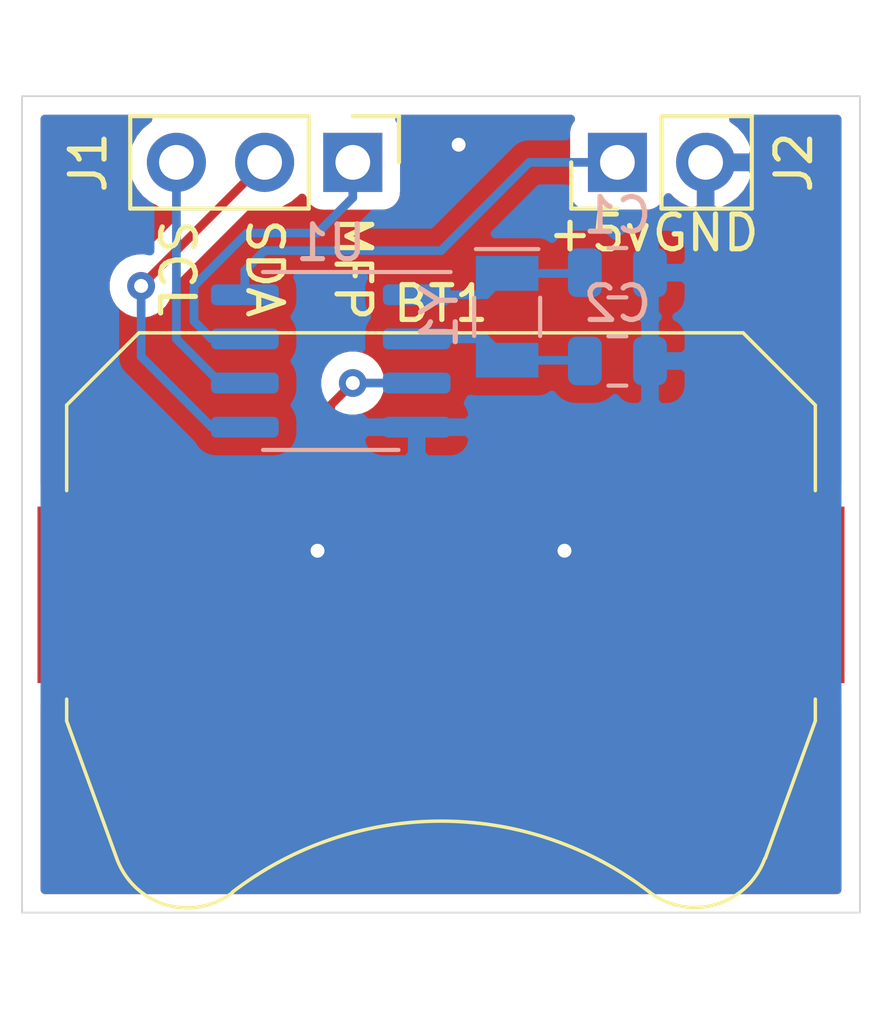
<source format=kicad_pcb>
(kicad_pcb (version 20171130) (host pcbnew "(5.1.2)-1")

  (general
    (thickness 1.6)
    (drawings 9)
    (tracks 41)
    (zones 0)
    (modules 7)
    (nets 9)
  )

  (page A4)
  (layers
    (0 F.Cu signal)
    (31 B.Cu signal)
    (32 B.Adhes user)
    (33 F.Adhes user)
    (34 B.Paste user)
    (35 F.Paste user)
    (36 B.SilkS user)
    (37 F.SilkS user)
    (38 B.Mask user)
    (39 F.Mask user)
    (40 Dwgs.User user)
    (41 Cmts.User user)
    (42 Eco1.User user)
    (43 Eco2.User user)
    (44 Edge.Cuts user)
    (45 Margin user)
    (46 B.CrtYd user)
    (47 F.CrtYd user)
    (48 B.Fab user)
    (49 F.Fab user)
  )

  (setup
    (last_trace_width 0.25)
    (user_trace_width 0.2)
    (trace_clearance 0.2)
    (zone_clearance 0.508)
    (zone_45_only no)
    (trace_min 0.2)
    (via_size 0.8)
    (via_drill 0.4)
    (via_min_size 0.4)
    (via_min_drill 0.3)
    (user_via 0.51 0.3)
    (uvia_size 0.3)
    (uvia_drill 0.1)
    (uvias_allowed no)
    (uvia_min_size 0.2)
    (uvia_min_drill 0.1)
    (edge_width 0.05)
    (segment_width 0.2)
    (pcb_text_width 0.3)
    (pcb_text_size 1.5 1.5)
    (mod_edge_width 0.12)
    (mod_text_size 1 1)
    (mod_text_width 0.15)
    (pad_size 1.524 1.524)
    (pad_drill 0.762)
    (pad_to_mask_clearance 0.051)
    (solder_mask_min_width 0.25)
    (aux_axis_origin 0 0)
    (visible_elements FFFFFF7F)
    (pcbplotparams
      (layerselection 0x010fc_ffffffff)
      (usegerberextensions false)
      (usegerberattributes false)
      (usegerberadvancedattributes false)
      (creategerberjobfile false)
      (excludeedgelayer true)
      (linewidth 0.100000)
      (plotframeref false)
      (viasonmask false)
      (mode 1)
      (useauxorigin false)
      (hpglpennumber 1)
      (hpglpenspeed 20)
      (hpglpendiameter 15.000000)
      (psnegative false)
      (psa4output false)
      (plotreference true)
      (plotvalue true)
      (plotinvisibletext false)
      (padsonsilk false)
      (subtractmaskfromsilk false)
      (outputformat 1)
      (mirror false)
      (drillshape 1)
      (scaleselection 1)
      (outputdirectory ""))
  )

  (net 0 "")
  (net 1 "Net-(BT1-Pad1)")
  (net 2 GND)
  (net 3 "Net-(C1-Pad2)")
  (net 4 "Net-(C2-Pad2)")
  (net 5 SCL)
  (net 6 SDA)
  (net 7 MFP)
  (net 8 +5V)

  (net_class Default "This is the default net class."
    (clearance 0.2)
    (trace_width 0.25)
    (via_dia 0.8)
    (via_drill 0.4)
    (uvia_dia 0.3)
    (uvia_drill 0.1)
    (add_net +5V)
    (add_net GND)
    (add_net MFP)
    (add_net "Net-(BT1-Pad1)")
    (add_net "Net-(C1-Pad2)")
    (add_net "Net-(C2-Pad2)")
    (add_net SCL)
    (add_net SDA)
  )

  (module Crystal:Crystal_SMD_MicroCrystal_CC7V-T1A-2Pin_3.2x1.5mm (layer B.Cu) (tedit 5A0FD1B2) (tstamp 5E8CF348)
    (at 146.685 88.265 270)
    (descr "SMD Crystal MicroCrystal CC7V-T1A/CM7V-T1A series http://www.microcrystal.com/images/_Product-Documentation/01_TF_ceramic_Packages/01_Datasheet/CC1V-T1A.pdf, 3.2x1.5mm^2 package")
    (tags "SMD SMT crystal")
    (path /5E8CF7C2)
    (attr smd)
    (fp_text reference Y1 (at 0 1.95 90) (layer B.SilkS)
      (effects (font (size 1 1) (thickness 0.15)) (justify mirror))
    )
    (fp_text value "7pF CL" (at 0 -1.95 90) (layer B.Fab)
      (effects (font (size 1 1) (thickness 0.15)) (justify mirror))
    )
    (fp_text user %R (at 0 0 90) (layer B.Fab)
      (effects (font (size 0.7 0.7) (thickness 0.105)) (justify mirror))
    )
    (fp_line (start -1.6 0.75) (end -1.6 -0.75) (layer B.Fab) (width 0.1))
    (fp_line (start -1.6 -0.75) (end 1.6 -0.75) (layer B.Fab) (width 0.1))
    (fp_line (start 1.6 -0.75) (end 1.6 0.75) (layer B.Fab) (width 0.1))
    (fp_line (start 1.6 0.75) (end -1.6 0.75) (layer B.Fab) (width 0.1))
    (fp_line (start -1.6 -0.25) (end -1.1 -0.75) (layer B.Fab) (width 0.1))
    (fp_line (start -0.55 0.95) (end 0.55 0.95) (layer B.SilkS) (width 0.12))
    (fp_line (start -0.55 -0.95) (end 0.55 -0.95) (layer B.SilkS) (width 0.12))
    (fp_line (start -1.95 0.9) (end -1.95 -0.9) (layer B.SilkS) (width 0.12))
    (fp_line (start -2 1.2) (end -2 -1.2) (layer B.CrtYd) (width 0.05))
    (fp_line (start -2 -1.2) (end 2 -1.2) (layer B.CrtYd) (width 0.05))
    (fp_line (start 2 -1.2) (end 2 1.2) (layer B.CrtYd) (width 0.05))
    (fp_line (start 2 1.2) (end -2 1.2) (layer B.CrtYd) (width 0.05))
    (pad 1 smd rect (at -1.25 0 270) (size 1 1.8) (layers B.Cu B.Paste B.Mask)
      (net 3 "Net-(C1-Pad2)"))
    (pad 2 smd rect (at 1.25 0 270) (size 1 1.8) (layers B.Cu B.Paste B.Mask)
      (net 4 "Net-(C2-Pad2)"))
    (model ${KISYS3DMOD}/Crystal.3dshapes/Crystal_SMD_MicroCrystal_CC7V-T1A-2Pin_3.2x1.5mm.wrl
      (at (xyz 0 0 0))
      (scale (xyz 1 1 1))
      (rotate (xyz 0 0 0))
    )
  )

  (module Package_SO:SOIC-8_3.9x4.9mm_P1.27mm (layer B.Cu) (tedit 5C97300E) (tstamp 5E8CF335)
    (at 141.605 89.535 180)
    (descr "SOIC, 8 Pin (JEDEC MS-012AA, https://www.analog.com/media/en/package-pcb-resources/package/pkg_pdf/soic_narrow-r/r_8.pdf), generated with kicad-footprint-generator ipc_gullwing_generator.py")
    (tags "SOIC SO")
    (path /5E8CEDF0)
    (attr smd)
    (fp_text reference U1 (at 0 3.4) (layer B.SilkS)
      (effects (font (size 1 1) (thickness 0.15)) (justify mirror))
    )
    (fp_text value MCP7940N-xSN (at 0 -3.4) (layer B.Fab)
      (effects (font (size 1 1) (thickness 0.15)) (justify mirror))
    )
    (fp_line (start 0 -2.56) (end 1.95 -2.56) (layer B.SilkS) (width 0.12))
    (fp_line (start 0 -2.56) (end -1.95 -2.56) (layer B.SilkS) (width 0.12))
    (fp_line (start 0 2.56) (end 1.95 2.56) (layer B.SilkS) (width 0.12))
    (fp_line (start 0 2.56) (end -3.45 2.56) (layer B.SilkS) (width 0.12))
    (fp_line (start -0.975 2.45) (end 1.95 2.45) (layer B.Fab) (width 0.1))
    (fp_line (start 1.95 2.45) (end 1.95 -2.45) (layer B.Fab) (width 0.1))
    (fp_line (start 1.95 -2.45) (end -1.95 -2.45) (layer B.Fab) (width 0.1))
    (fp_line (start -1.95 -2.45) (end -1.95 1.475) (layer B.Fab) (width 0.1))
    (fp_line (start -1.95 1.475) (end -0.975 2.45) (layer B.Fab) (width 0.1))
    (fp_line (start -3.7 2.7) (end -3.7 -2.7) (layer B.CrtYd) (width 0.05))
    (fp_line (start -3.7 -2.7) (end 3.7 -2.7) (layer B.CrtYd) (width 0.05))
    (fp_line (start 3.7 -2.7) (end 3.7 2.7) (layer B.CrtYd) (width 0.05))
    (fp_line (start 3.7 2.7) (end -3.7 2.7) (layer B.CrtYd) (width 0.05))
    (fp_text user %R (at 0 0) (layer B.Fab)
      (effects (font (size 0.98 0.98) (thickness 0.15)) (justify mirror))
    )
    (pad 1 smd roundrect (at -2.475 1.905 180) (size 1.95 0.6) (layers B.Cu B.Paste B.Mask) (roundrect_rratio 0.25)
      (net 3 "Net-(C1-Pad2)"))
    (pad 2 smd roundrect (at -2.475 0.635 180) (size 1.95 0.6) (layers B.Cu B.Paste B.Mask) (roundrect_rratio 0.25)
      (net 4 "Net-(C2-Pad2)"))
    (pad 3 smd roundrect (at -2.475 -0.635 180) (size 1.95 0.6) (layers B.Cu B.Paste B.Mask) (roundrect_rratio 0.25)
      (net 1 "Net-(BT1-Pad1)"))
    (pad 4 smd roundrect (at -2.475 -1.905 180) (size 1.95 0.6) (layers B.Cu B.Paste B.Mask) (roundrect_rratio 0.25)
      (net 2 GND))
    (pad 5 smd roundrect (at 2.475 -1.905 180) (size 1.95 0.6) (layers B.Cu B.Paste B.Mask) (roundrect_rratio 0.25)
      (net 6 SDA))
    (pad 6 smd roundrect (at 2.475 -0.635 180) (size 1.95 0.6) (layers B.Cu B.Paste B.Mask) (roundrect_rratio 0.25)
      (net 5 SCL))
    (pad 7 smd roundrect (at 2.475 0.635 180) (size 1.95 0.6) (layers B.Cu B.Paste B.Mask) (roundrect_rratio 0.25)
      (net 7 MFP))
    (pad 8 smd roundrect (at 2.475 1.905 180) (size 1.95 0.6) (layers B.Cu B.Paste B.Mask) (roundrect_rratio 0.25)
      (net 8 +5V))
    (model ${KISYS3DMOD}/Package_SO.3dshapes/SOIC-8_3.9x4.9mm_P1.27mm.wrl
      (at (xyz 0 0 0))
      (scale (xyz 1 1 1))
      (rotate (xyz 0 0 0))
    )
  )

  (module Connector_PinHeader_2.54mm:PinHeader_1x02_P2.54mm_Vertical (layer F.Cu) (tedit 59FED5CC) (tstamp 5E8CF31B)
    (at 149.86 83.82 90)
    (descr "Through hole straight pin header, 1x02, 2.54mm pitch, single row")
    (tags "Through hole pin header THT 1x02 2.54mm single row")
    (path /5E8D3C4F)
    (fp_text reference J2 (at 0 5.08 90) (layer F.SilkS)
      (effects (font (size 1 1) (thickness 0.15)))
    )
    (fp_text value Conn_01x02 (at 0 4.87 90) (layer F.Fab)
      (effects (font (size 1 1) (thickness 0.15)))
    )
    (fp_text user %R (at 0 1.27) (layer F.Fab)
      (effects (font (size 1 1) (thickness 0.15)))
    )
    (fp_line (start 1.8 -1.8) (end -1.8 -1.8) (layer F.CrtYd) (width 0.05))
    (fp_line (start 1.8 4.35) (end 1.8 -1.8) (layer F.CrtYd) (width 0.05))
    (fp_line (start -1.8 4.35) (end 1.8 4.35) (layer F.CrtYd) (width 0.05))
    (fp_line (start -1.8 -1.8) (end -1.8 4.35) (layer F.CrtYd) (width 0.05))
    (fp_line (start -1.33 -1.33) (end 0 -1.33) (layer F.SilkS) (width 0.12))
    (fp_line (start -1.33 0) (end -1.33 -1.33) (layer F.SilkS) (width 0.12))
    (fp_line (start -1.33 1.27) (end 1.33 1.27) (layer F.SilkS) (width 0.12))
    (fp_line (start 1.33 1.27) (end 1.33 3.87) (layer F.SilkS) (width 0.12))
    (fp_line (start -1.33 1.27) (end -1.33 3.87) (layer F.SilkS) (width 0.12))
    (fp_line (start -1.33 3.87) (end 1.33 3.87) (layer F.SilkS) (width 0.12))
    (fp_line (start -1.27 -0.635) (end -0.635 -1.27) (layer F.Fab) (width 0.1))
    (fp_line (start -1.27 3.81) (end -1.27 -0.635) (layer F.Fab) (width 0.1))
    (fp_line (start 1.27 3.81) (end -1.27 3.81) (layer F.Fab) (width 0.1))
    (fp_line (start 1.27 -1.27) (end 1.27 3.81) (layer F.Fab) (width 0.1))
    (fp_line (start -0.635 -1.27) (end 1.27 -1.27) (layer F.Fab) (width 0.1))
    (pad 2 thru_hole oval (at 0 2.54 90) (size 1.7 1.7) (drill 1) (layers *.Cu *.Mask)
      (net 2 GND))
    (pad 1 thru_hole rect (at 0 0 90) (size 1.7 1.7) (drill 1) (layers *.Cu *.Mask)
      (net 8 +5V))
    (model ${KISYS3DMOD}/Connector_PinHeader_2.54mm.3dshapes/PinHeader_1x02_P2.54mm_Vertical.wrl
      (at (xyz 0 0 0))
      (scale (xyz 1 1 1))
      (rotate (xyz 0 0 0))
    )
  )

  (module Connector_PinHeader_2.54mm:PinHeader_1x03_P2.54mm_Vertical (layer F.Cu) (tedit 59FED5CC) (tstamp 5E8CF305)
    (at 142.24 83.82 270)
    (descr "Through hole straight pin header, 1x03, 2.54mm pitch, single row")
    (tags "Through hole pin header THT 1x03 2.54mm single row")
    (path /5E8D4EA4)
    (fp_text reference J1 (at 0 7.62 90) (layer F.SilkS)
      (effects (font (size 1 1) (thickness 0.15)))
    )
    (fp_text value Conn_01x03 (at 0 7.41 90) (layer F.Fab)
      (effects (font (size 1 1) (thickness 0.15)))
    )
    (fp_text user %R (at 0 2.54) (layer F.Fab)
      (effects (font (size 1 1) (thickness 0.15)))
    )
    (fp_line (start 1.8 -1.8) (end -1.8 -1.8) (layer F.CrtYd) (width 0.05))
    (fp_line (start 1.8 6.85) (end 1.8 -1.8) (layer F.CrtYd) (width 0.05))
    (fp_line (start -1.8 6.85) (end 1.8 6.85) (layer F.CrtYd) (width 0.05))
    (fp_line (start -1.8 -1.8) (end -1.8 6.85) (layer F.CrtYd) (width 0.05))
    (fp_line (start -1.33 -1.33) (end 0 -1.33) (layer F.SilkS) (width 0.12))
    (fp_line (start -1.33 0) (end -1.33 -1.33) (layer F.SilkS) (width 0.12))
    (fp_line (start -1.33 1.27) (end 1.33 1.27) (layer F.SilkS) (width 0.12))
    (fp_line (start 1.33 1.27) (end 1.33 6.41) (layer F.SilkS) (width 0.12))
    (fp_line (start -1.33 1.27) (end -1.33 6.41) (layer F.SilkS) (width 0.12))
    (fp_line (start -1.33 6.41) (end 1.33 6.41) (layer F.SilkS) (width 0.12))
    (fp_line (start -1.27 -0.635) (end -0.635 -1.27) (layer F.Fab) (width 0.1))
    (fp_line (start -1.27 6.35) (end -1.27 -0.635) (layer F.Fab) (width 0.1))
    (fp_line (start 1.27 6.35) (end -1.27 6.35) (layer F.Fab) (width 0.1))
    (fp_line (start 1.27 -1.27) (end 1.27 6.35) (layer F.Fab) (width 0.1))
    (fp_line (start -0.635 -1.27) (end 1.27 -1.27) (layer F.Fab) (width 0.1))
    (pad 3 thru_hole oval (at 0 5.08 270) (size 1.7 1.7) (drill 1) (layers *.Cu *.Mask)
      (net 5 SCL))
    (pad 2 thru_hole oval (at 0 2.54 270) (size 1.7 1.7) (drill 1) (layers *.Cu *.Mask)
      (net 6 SDA))
    (pad 1 thru_hole rect (at 0 0 270) (size 1.7 1.7) (drill 1) (layers *.Cu *.Mask)
      (net 7 MFP))
    (model ${KISYS3DMOD}/Connector_PinHeader_2.54mm.3dshapes/PinHeader_1x03_P2.54mm_Vertical.wrl
      (at (xyz 0 0 0))
      (scale (xyz 1 1 1))
      (rotate (xyz 0 0 0))
    )
  )

  (module Capacitor_SMD:C_0805_2012Metric (layer B.Cu) (tedit 5B36C52B) (tstamp 5E8CF2EE)
    (at 149.86 89.535 180)
    (descr "Capacitor SMD 0805 (2012 Metric), square (rectangular) end terminal, IPC_7351 nominal, (Body size source: https://docs.google.com/spreadsheets/d/1BsfQQcO9C6DZCsRaXUlFlo91Tg2WpOkGARC1WS5S8t0/edit?usp=sharing), generated with kicad-footprint-generator")
    (tags capacitor)
    (path /5E8D0F3D)
    (attr smd)
    (fp_text reference C2 (at 0 1.65 180) (layer B.SilkS)
      (effects (font (size 1 1) (thickness 0.15)) (justify mirror))
    )
    (fp_text value 8pF (at 0 -1.65 180) (layer B.Fab)
      (effects (font (size 1 1) (thickness 0.15)) (justify mirror))
    )
    (fp_line (start -1 -0.6) (end -1 0.6) (layer B.Fab) (width 0.1))
    (fp_line (start -1 0.6) (end 1 0.6) (layer B.Fab) (width 0.1))
    (fp_line (start 1 0.6) (end 1 -0.6) (layer B.Fab) (width 0.1))
    (fp_line (start 1 -0.6) (end -1 -0.6) (layer B.Fab) (width 0.1))
    (fp_line (start -0.258578 0.71) (end 0.258578 0.71) (layer B.SilkS) (width 0.12))
    (fp_line (start -0.258578 -0.71) (end 0.258578 -0.71) (layer B.SilkS) (width 0.12))
    (fp_line (start -1.68 -0.95) (end -1.68 0.95) (layer B.CrtYd) (width 0.05))
    (fp_line (start -1.68 0.95) (end 1.68 0.95) (layer B.CrtYd) (width 0.05))
    (fp_line (start 1.68 0.95) (end 1.68 -0.95) (layer B.CrtYd) (width 0.05))
    (fp_line (start 1.68 -0.95) (end -1.68 -0.95) (layer B.CrtYd) (width 0.05))
    (fp_text user %R (at 0 0 180) (layer B.Fab)
      (effects (font (size 0.5 0.5) (thickness 0.08)) (justify mirror))
    )
    (pad 1 smd roundrect (at -0.9375 0 180) (size 0.975 1.4) (layers B.Cu B.Paste B.Mask) (roundrect_rratio 0.25)
      (net 2 GND))
    (pad 2 smd roundrect (at 0.9375 0 180) (size 0.975 1.4) (layers B.Cu B.Paste B.Mask) (roundrect_rratio 0.25)
      (net 4 "Net-(C2-Pad2)"))
    (model ${KISYS3DMOD}/Capacitor_SMD.3dshapes/C_0805_2012Metric.wrl
      (at (xyz 0 0 0))
      (scale (xyz 1 1 1))
      (rotate (xyz 0 0 0))
    )
  )

  (module Capacitor_SMD:C_0805_2012Metric (layer B.Cu) (tedit 5B36C52B) (tstamp 5E8CF2DD)
    (at 149.86 86.995 180)
    (descr "Capacitor SMD 0805 (2012 Metric), square (rectangular) end terminal, IPC_7351 nominal, (Body size source: https://docs.google.com/spreadsheets/d/1BsfQQcO9C6DZCsRaXUlFlo91Tg2WpOkGARC1WS5S8t0/edit?usp=sharing), generated with kicad-footprint-generator")
    (tags capacitor)
    (path /5E8D04BC)
    (attr smd)
    (fp_text reference C1 (at 0 1.65 180) (layer B.SilkS)
      (effects (font (size 1 1) (thickness 0.15)) (justify mirror))
    )
    (fp_text value 8pF (at 0 -1.65 180) (layer B.Fab)
      (effects (font (size 1 1) (thickness 0.15)) (justify mirror))
    )
    (fp_line (start -1 -0.6) (end -1 0.6) (layer B.Fab) (width 0.1))
    (fp_line (start -1 0.6) (end 1 0.6) (layer B.Fab) (width 0.1))
    (fp_line (start 1 0.6) (end 1 -0.6) (layer B.Fab) (width 0.1))
    (fp_line (start 1 -0.6) (end -1 -0.6) (layer B.Fab) (width 0.1))
    (fp_line (start -0.258578 0.71) (end 0.258578 0.71) (layer B.SilkS) (width 0.12))
    (fp_line (start -0.258578 -0.71) (end 0.258578 -0.71) (layer B.SilkS) (width 0.12))
    (fp_line (start -1.68 -0.95) (end -1.68 0.95) (layer B.CrtYd) (width 0.05))
    (fp_line (start -1.68 0.95) (end 1.68 0.95) (layer B.CrtYd) (width 0.05))
    (fp_line (start 1.68 0.95) (end 1.68 -0.95) (layer B.CrtYd) (width 0.05))
    (fp_line (start 1.68 -0.95) (end -1.68 -0.95) (layer B.CrtYd) (width 0.05))
    (fp_text user %R (at 0 0 180) (layer B.Fab)
      (effects (font (size 0.5 0.5) (thickness 0.08)) (justify mirror))
    )
    (pad 1 smd roundrect (at -0.9375 0 180) (size 0.975 1.4) (layers B.Cu B.Paste B.Mask) (roundrect_rratio 0.25)
      (net 2 GND))
    (pad 2 smd roundrect (at 0.9375 0 180) (size 0.975 1.4) (layers B.Cu B.Paste B.Mask) (roundrect_rratio 0.25)
      (net 3 "Net-(C1-Pad2)"))
    (model ${KISYS3DMOD}/Capacitor_SMD.3dshapes/C_0805_2012Metric.wrl
      (at (xyz 0 0 0))
      (scale (xyz 1 1 1))
      (rotate (xyz 0 0 0))
    )
  )

  (module Battery:BatteryHolder_Keystone_3034_1x20mm (layer F.Cu) (tedit 595D9565) (tstamp 5E8CF2CC)
    (at 144.78 96.266)
    (descr "Keystone 3034 SMD battery holder for 2020, 2025 and 2032 coincell batteries. http://www.keyelco.com/product-pdf.cfm?p=798")
    (tags "Keystone type 3034 coin cell retainer")
    (path /5E8D2909)
    (attr smd)
    (fp_text reference BT1 (at 0 -8.382) (layer F.SilkS)
      (effects (font (size 1 1) (thickness 0.15)))
    )
    (fp_text value Battery_Cell (at 0 11.5) (layer F.Fab)
      (effects (font (size 1 1) (thickness 0.15)))
    )
    (fp_line (start 11.87 2.79) (end 11.87 -2.79) (layer F.CrtYd) (width 0.05))
    (fp_line (start 10.88 2.79) (end 11.87 2.79) (layer F.CrtYd) (width 0.05))
    (fp_line (start 10.88 3.64) (end 10.88 2.79) (layer F.CrtYd) (width 0.05))
    (fp_line (start 9.43 7.63) (end 10.88 3.64) (layer F.CrtYd) (width 0.05))
    (fp_arc (start 7.31 6.85) (end 5.96 8.64) (angle -106.9) (layer F.CrtYd) (width 0.05))
    (fp_arc (start 0 0) (end -5.96 8.64) (angle -69.1) (layer F.CrtYd) (width 0.05))
    (fp_arc (start -7.31 6.85) (end -9.43 7.62) (angle -106.9) (layer F.CrtYd) (width 0.05))
    (fp_line (start -10.88 3.64) (end -9.44 7.62) (layer F.CrtYd) (width 0.05))
    (fp_line (start -10.88 2.79) (end -10.88 3.64) (layer F.CrtYd) (width 0.05))
    (fp_line (start -11.87 2.79) (end -10.88 2.79) (layer F.CrtYd) (width 0.05))
    (fp_line (start -11.87 -2.79) (end -11.87 2.79) (layer F.CrtYd) (width 0.05))
    (fp_line (start -10.88 -2.79) (end -11.87 -2.79) (layer F.CrtYd) (width 0.05))
    (fp_line (start -10.88 -5.5) (end -10.88 -2.79) (layer F.CrtYd) (width 0.05))
    (fp_line (start -8.74 -7.64) (end -10.88 -5.5) (layer F.CrtYd) (width 0.05))
    (fp_line (start -7.2 -7.64) (end -8.74 -7.64) (layer F.CrtYd) (width 0.05))
    (fp_arc (start 0 0) (end 7.2 -7.64) (angle -86.6) (layer F.CrtYd) (width 0.05))
    (fp_line (start 8.74 -7.64) (end 7.2 -7.64) (layer F.CrtYd) (width 0.05))
    (fp_line (start 10.88 -5.5) (end 8.74 -7.64) (layer F.CrtYd) (width 0.05))
    (fp_line (start 10.88 -2.79) (end 10.88 -5.5) (layer F.CrtYd) (width 0.05))
    (fp_line (start 11.87 -2.79) (end 10.88 -2.79) (layer F.CrtYd) (width 0.05))
    (fp_arc (start -7.31 6.85) (end -9.19 7.53) (angle -107.5) (layer F.Fab) (width 0.1))
    (fp_arc (start 0 16.36) (end 6.1 8.43) (angle -75.1) (layer F.Fab) (width 0.1))
    (fp_arc (start 7.31 6.85) (end 6.1 8.43) (angle -107.5) (layer F.Fab) (width 0.1))
    (fp_line (start 10.63 3.6) (end 9.19 7.53) (layer F.Fab) (width 0.1))
    (fp_line (start 10.63 -5.4) (end 10.63 3.6) (layer F.Fab) (width 0.1))
    (fp_line (start 8.64 -7.39) (end 10.63 -5.4) (layer F.Fab) (width 0.1))
    (fp_line (start -8.64 -7.39) (end 8.64 -7.39) (layer F.Fab) (width 0.1))
    (fp_line (start -10.63 -5.4) (end -8.64 -7.39) (layer F.Fab) (width 0.1))
    (fp_line (start -10.63 3.6) (end -10.63 -5.4) (layer F.Fab) (width 0.1))
    (fp_line (start -9.19 7.53) (end -10.63 3.6) (layer F.Fab) (width 0.1))
    (fp_line (start 10.78 3) (end 10.78 3.63) (layer F.SilkS) (width 0.1))
    (fp_line (start 10.78 -5.46) (end 10.78 -3) (layer F.SilkS) (width 0.1))
    (fp_line (start -10.78 3) (end -10.78 3.63) (layer F.SilkS) (width 0.1))
    (fp_line (start -10.78 -5.46) (end -10.78 -3) (layer F.SilkS) (width 0.1))
    (fp_arc (start 7.31 6.85) (end 6 8.55) (angle -107.5) (layer F.SilkS) (width 0.1))
    (fp_line (start 10.78 3.63) (end 9.34 7.58) (layer F.SilkS) (width 0.1))
    (fp_line (start 8.7 -7.54) (end 10.78 -5.46) (layer F.SilkS) (width 0.1))
    (fp_line (start 8.7 -7.54) (end -8.7 -7.54) (layer F.SilkS) (width 0.1))
    (fp_line (start -8.7 -7.54) (end -10.78 -5.46) (layer F.SilkS) (width 0.1))
    (fp_line (start -10.78 3.63) (end -9.34 7.58) (layer F.SilkS) (width 0.1))
    (fp_arc (start -7.31 6.85) (end -9.34 7.58) (angle -107.5) (layer F.SilkS) (width 0.1))
    (fp_arc (start 0 16.36) (end 6 8.55) (angle -75.1) (layer F.SilkS) (width 0.1))
    (fp_circle (center 0 0) (end 0 10.25) (layer Dwgs.User) (width 0.15))
    (fp_text user %R (at 0 -2.9) (layer F.Fab)
      (effects (font (size 1 1) (thickness 0.15)))
    )
    (pad 1 smd rect (at -10.985 0) (size 1.27 5.08) (layers F.Cu F.Paste F.Mask)
      (net 1 "Net-(BT1-Pad1)"))
    (pad 1 smd rect (at 10.985 0) (size 1.27 5.08) (layers F.Cu F.Paste F.Mask)
      (net 1 "Net-(BT1-Pad1)"))
    (pad 2 smd rect (at 0 0) (size 3.96 3.96) (layers F.Cu F.Paste F.Mask)
      (net 2 GND))
    (model ${KISYS3DMOD}/Battery.3dshapes/BatteryHolder_Keystone_3034_1x20mm.wrl
      (at (xyz 0 0 0))
      (scale (xyz 1 1 1))
      (rotate (xyz 0 0 0))
    )
  )

  (gr_text SCL (at 137.16 86.868 270) (layer F.SilkS)
    (effects (font (size 1 1) (thickness 0.15)))
  )
  (gr_text SDA (at 139.7 86.868 270) (layer F.SilkS)
    (effects (font (size 1 1) (thickness 0.15)))
  )
  (gr_text MFP (at 142.24 86.868 270) (layer F.SilkS)
    (effects (font (size 1 1) (thickness 0.15)))
  )
  (gr_text GND (at 152.4 85.852) (layer F.SilkS)
    (effects (font (size 1 1) (thickness 0.15)))
  )
  (gr_text +5v (at 149.352 85.852) (layer F.SilkS)
    (effects (font (size 1 1) (thickness 0.15)))
  )
  (gr_line (start 156.845 81.915) (end 132.715 81.915) (layer Edge.Cuts) (width 0.05) (tstamp 5E8CFF2F))
  (gr_line (start 156.845 105.41) (end 156.845 81.915) (layer Edge.Cuts) (width 0.05))
  (gr_line (start 132.715 105.41) (end 156.845 105.41) (layer Edge.Cuts) (width 0.05))
  (gr_line (start 132.715 81.915) (end 132.715 105.41) (layer Edge.Cuts) (width 0.05))

  (segment (start 155.765 96.266) (end 155.765 94.17) (width 0.25) (layer F.Cu) (net 1))
  (segment (start 155.765 94.17) (end 154.94 93.345) (width 0.25) (layer F.Cu) (net 1))
  (segment (start 133.795 96.266) (end 133.795 94.805) (width 0.25) (layer F.Cu) (net 1))
  (segment (start 133.795 94.805) (end 135.255 93.345) (width 0.25) (layer F.Cu) (net 1))
  (via (at 142.24 90.17) (size 0.8) (drill 0.4) (layers F.Cu B.Cu) (net 1))
  (segment (start 141.605 90.805) (end 142.24 90.17) (width 0.25) (layer F.Cu) (net 1))
  (segment (start 141.605 93.345) (end 141.605 90.805) (width 0.25) (layer F.Cu) (net 1))
  (segment (start 141.605 93.345) (end 154.94 93.345) (width 0.25) (layer F.Cu) (net 1))
  (segment (start 135.255 93.345) (end 141.605 93.345) (width 0.25) (layer F.Cu) (net 1))
  (segment (start 142.24 90.17) (end 144.08 90.17) (width 0.25) (layer B.Cu) (net 1))
  (via (at 148.336 94.996) (size 0.8) (drill 0.4) (layers F.Cu B.Cu) (net 2))
  (via (at 141.224 94.996) (size 0.8) (drill 0.4) (layers F.Cu B.Cu) (net 2))
  (via (at 145.288 83.312) (size 0.8) (drill 0.4) (layers F.Cu B.Cu) (net 2))
  (segment (start 146.07 87.63) (end 146.685 87.015) (width 0.25) (layer B.Cu) (net 3))
  (segment (start 144.08 87.63) (end 146.07 87.63) (width 0.25) (layer B.Cu) (net 3))
  (segment (start 148.9025 87.015) (end 148.9225 86.995) (width 0.25) (layer B.Cu) (net 3))
  (segment (start 146.685 87.015) (end 148.9025 87.015) (width 0.25) (layer B.Cu) (net 3))
  (segment (start 146.07 88.9) (end 146.685 89.515) (width 0.25) (layer B.Cu) (net 4))
  (segment (start 144.08 88.9) (end 146.07 88.9) (width 0.25) (layer B.Cu) (net 4))
  (segment (start 148.9025 89.515) (end 148.9225 89.535) (width 0.25) (layer B.Cu) (net 4))
  (segment (start 146.685 89.515) (end 148.9025 89.515) (width 0.25) (layer B.Cu) (net 4))
  (segment (start 139.13 90.17) (end 138.43 90.17) (width 0.25) (layer B.Cu) (net 5))
  (segment (start 137.16 88.9) (end 137.16 83.82) (width 0.25) (layer B.Cu) (net 5))
  (segment (start 138.43 90.17) (end 137.16 88.9) (width 0.25) (layer B.Cu) (net 5))
  (segment (start 139.13 91.44) (end 138.176 91.44) (width 0.25) (layer B.Cu) (net 6))
  (via (at 136.144 87.376) (size 0.8) (drill 0.4) (layers F.Cu B.Cu) (net 6))
  (segment (start 138.176 91.44) (end 136.144 89.408) (width 0.25) (layer B.Cu) (net 6))
  (segment (start 136.144 89.408) (end 136.144 87.376) (width 0.25) (layer B.Cu) (net 6))
  (segment (start 136.144 87.376) (end 139.7 83.82) (width 0.25) (layer F.Cu) (net 6))
  (segment (start 139.13 88.9) (end 138.176 88.9) (width 0.25) (layer B.Cu) (net 7))
  (segment (start 138.176 88.9) (end 137.668 88.392) (width 0.25) (layer B.Cu) (net 7))
  (segment (start 137.668 88.392) (end 137.668 87.376) (width 0.25) (layer B.Cu) (net 7))
  (segment (start 137.668 87.376) (end 139.192 85.852) (width 0.25) (layer B.Cu) (net 7))
  (segment (start 139.192 85.852) (end 141.224 85.852) (width 0.25) (layer B.Cu) (net 7))
  (segment (start 142.24 84.836) (end 142.24 83.82) (width 0.25) (layer B.Cu) (net 7))
  (segment (start 141.224 85.852) (end 142.24 84.836) (width 0.25) (layer B.Cu) (net 7))
  (segment (start 139.13 87.63) (end 139.13 86.93) (width 0.25) (layer B.Cu) (net 8))
  (segment (start 139.13 86.93) (end 139.7 86.36) (width 0.25) (layer B.Cu) (net 8))
  (segment (start 139.7 86.36) (end 144.78 86.36) (width 0.25) (layer B.Cu) (net 8))
  (segment (start 147.32 83.82) (end 149.86 83.82) (width 0.25) (layer B.Cu) (net 8))
  (segment (start 144.78 86.36) (end 147.32 83.82) (width 0.25) (layer B.Cu) (net 8))

  (zone (net 2) (net_name GND) (layer B.Cu) (tstamp 0) (hatch edge 0.508)
    (connect_pads (clearance 0.508))
    (min_thickness 0.254)
    (fill yes (arc_segments 32) (thermal_gap 0.508) (thermal_bridge_width 0.508))
    (polygon
      (pts
        (xy 157.48 81.28) (xy 132.08 81.28) (xy 132.08 107.95) (xy 157.48 107.95)
      )
    )
    (filled_polygon
      (pts
        (xy 136.330986 82.579294) (xy 136.104866 82.764866) (xy 135.919294 82.990986) (xy 135.781401 83.248966) (xy 135.696487 83.528889)
        (xy 135.667815 83.82) (xy 135.696487 84.111111) (xy 135.781401 84.391034) (xy 135.919294 84.649014) (xy 136.104866 84.875134)
        (xy 136.330986 85.060706) (xy 136.400001 85.097595) (xy 136.4 86.371644) (xy 136.245939 86.341) (xy 136.042061 86.341)
        (xy 135.842102 86.380774) (xy 135.653744 86.458795) (xy 135.484226 86.572063) (xy 135.340063 86.716226) (xy 135.226795 86.885744)
        (xy 135.148774 87.074102) (xy 135.109 87.274061) (xy 135.109 87.477939) (xy 135.148774 87.677898) (xy 135.226795 87.866256)
        (xy 135.340063 88.035774) (xy 135.384001 88.079712) (xy 135.384 89.370677) (xy 135.380324 89.408) (xy 135.384 89.445322)
        (xy 135.384 89.445332) (xy 135.394997 89.556985) (xy 135.427361 89.663676) (xy 135.438454 89.700246) (xy 135.509026 89.832276)
        (xy 135.513783 89.838072) (xy 135.603999 89.948001) (xy 135.633003 89.971804) (xy 137.604631 91.943433) (xy 137.649742 92.027829)
        (xy 137.747749 92.147251) (xy 137.867171 92.245258) (xy 138.003418 92.318084) (xy 138.151255 92.362929) (xy 138.305 92.378072)
        (xy 139.955 92.378072) (xy 140.108745 92.362929) (xy 140.256582 92.318084) (xy 140.392829 92.245258) (xy 140.512251 92.147251)
        (xy 140.610258 92.027829) (xy 140.683084 91.891582) (xy 140.727929 91.743745) (xy 140.728297 91.74) (xy 142.466928 91.74)
        (xy 142.479188 91.864482) (xy 142.515498 91.98418) (xy 142.574463 92.094494) (xy 142.653815 92.191185) (xy 142.750506 92.270537)
        (xy 142.86082 92.329502) (xy 142.980518 92.365812) (xy 143.105 92.378072) (xy 143.79425 92.375) (xy 143.953 92.21625)
        (xy 143.953 91.567) (xy 144.207 91.567) (xy 144.207 92.21625) (xy 144.36575 92.375) (xy 145.055 92.378072)
        (xy 145.179482 92.365812) (xy 145.29918 92.329502) (xy 145.409494 92.270537) (xy 145.506185 92.191185) (xy 145.585537 92.094494)
        (xy 145.644502 91.98418) (xy 145.680812 91.864482) (xy 145.693072 91.74) (xy 145.69 91.72575) (xy 145.53125 91.567)
        (xy 144.207 91.567) (xy 143.953 91.567) (xy 142.62875 91.567) (xy 142.47 91.72575) (xy 142.466928 91.74)
        (xy 140.728297 91.74) (xy 140.743072 91.59) (xy 140.743072 91.29) (xy 140.727929 91.136255) (xy 140.683084 90.988418)
        (xy 140.610258 90.852171) (xy 140.571546 90.805) (xy 140.610258 90.757829) (xy 140.683084 90.621582) (xy 140.727929 90.473745)
        (xy 140.743072 90.32) (xy 140.743072 90.02) (xy 140.727929 89.866255) (xy 140.683084 89.718418) (xy 140.610258 89.582171)
        (xy 140.571546 89.535) (xy 140.610258 89.487829) (xy 140.683084 89.351582) (xy 140.727929 89.203745) (xy 140.743072 89.05)
        (xy 140.743072 88.75) (xy 140.727929 88.596255) (xy 140.683084 88.448418) (xy 140.610258 88.312171) (xy 140.571546 88.265)
        (xy 140.610258 88.217829) (xy 140.683084 88.081582) (xy 140.727929 87.933745) (xy 140.743072 87.78) (xy 140.743072 87.48)
        (xy 140.727929 87.326255) (xy 140.683084 87.178418) (xy 140.651859 87.12) (xy 142.558141 87.12) (xy 142.526916 87.178418)
        (xy 142.482071 87.326255) (xy 142.466928 87.48) (xy 142.466928 87.78) (xy 142.482071 87.933745) (xy 142.526916 88.081582)
        (xy 142.599742 88.217829) (xy 142.638454 88.265) (xy 142.599742 88.312171) (xy 142.526916 88.448418) (xy 142.482071 88.596255)
        (xy 142.466928 88.75) (xy 142.466928 89.05) (xy 142.477965 89.162057) (xy 142.341939 89.135) (xy 142.138061 89.135)
        (xy 141.938102 89.174774) (xy 141.749744 89.252795) (xy 141.580226 89.366063) (xy 141.436063 89.510226) (xy 141.322795 89.679744)
        (xy 141.244774 89.868102) (xy 141.205 90.068061) (xy 141.205 90.271939) (xy 141.244774 90.471898) (xy 141.322795 90.660256)
        (xy 141.436063 90.829774) (xy 141.580226 90.973937) (xy 141.749744 91.087205) (xy 141.938102 91.165226) (xy 142.138061 91.205)
        (xy 142.341939 91.205) (xy 142.491084 91.175334) (xy 142.62875 91.313) (xy 143.953 91.313) (xy 143.953 91.293)
        (xy 144.207 91.293) (xy 144.207 91.313) (xy 145.53125 91.313) (xy 145.69 91.15425) (xy 145.693072 91.14)
        (xy 145.680812 91.015518) (xy 145.644502 90.89582) (xy 145.585537 90.785506) (xy 145.56127 90.755936) (xy 145.628067 90.630968)
        (xy 145.660518 90.640812) (xy 145.785 90.653072) (xy 147.585 90.653072) (xy 147.709482 90.640812) (xy 147.82918 90.604502)
        (xy 147.939494 90.545537) (xy 147.974676 90.516664) (xy 148.055208 90.614792) (xy 148.188836 90.724458) (xy 148.341291 90.805947)
        (xy 148.506715 90.856128) (xy 148.67875 90.873072) (xy 149.16625 90.873072) (xy 149.338285 90.856128) (xy 149.503709 90.805947)
        (xy 149.656164 90.724458) (xy 149.789792 90.614792) (xy 149.795008 90.608436) (xy 149.858815 90.686185) (xy 149.955506 90.765537)
        (xy 150.06582 90.824502) (xy 150.185518 90.860812) (xy 150.31 90.873072) (xy 150.51175 90.87) (xy 150.6705 90.71125)
        (xy 150.6705 89.662) (xy 150.9245 89.662) (xy 150.9245 90.71125) (xy 151.08325 90.87) (xy 151.285 90.873072)
        (xy 151.409482 90.860812) (xy 151.52918 90.824502) (xy 151.639494 90.765537) (xy 151.736185 90.686185) (xy 151.815537 90.589494)
        (xy 151.874502 90.47918) (xy 151.910812 90.359482) (xy 151.923072 90.235) (xy 151.92 89.82075) (xy 151.76125 89.662)
        (xy 150.9245 89.662) (xy 150.6705 89.662) (xy 150.6505 89.662) (xy 150.6505 89.408) (xy 150.6705 89.408)
        (xy 150.6705 88.35875) (xy 150.57675 88.265) (xy 150.6705 88.17125) (xy 150.6705 87.122) (xy 150.9245 87.122)
        (xy 150.9245 88.17125) (xy 151.01825 88.265) (xy 150.9245 88.35875) (xy 150.9245 89.408) (xy 151.76125 89.408)
        (xy 151.92 89.24925) (xy 151.923072 88.835) (xy 151.910812 88.710518) (xy 151.874502 88.59082) (xy 151.815537 88.480506)
        (xy 151.736185 88.383815) (xy 151.639494 88.304463) (xy 151.565665 88.265) (xy 151.639494 88.225537) (xy 151.736185 88.146185)
        (xy 151.815537 88.049494) (xy 151.874502 87.93918) (xy 151.910812 87.819482) (xy 151.923072 87.695) (xy 151.92 87.28075)
        (xy 151.76125 87.122) (xy 150.9245 87.122) (xy 150.6705 87.122) (xy 150.6505 87.122) (xy 150.6505 86.868)
        (xy 150.6705 86.868) (xy 150.6705 85.81875) (xy 150.9245 85.81875) (xy 150.9245 86.868) (xy 151.76125 86.868)
        (xy 151.92 86.70925) (xy 151.923072 86.295) (xy 151.910812 86.170518) (xy 151.874502 86.05082) (xy 151.815537 85.940506)
        (xy 151.736185 85.843815) (xy 151.639494 85.764463) (xy 151.52918 85.705498) (xy 151.409482 85.669188) (xy 151.285 85.656928)
        (xy 151.08325 85.66) (xy 150.9245 85.81875) (xy 150.6705 85.81875) (xy 150.51175 85.66) (xy 150.31 85.656928)
        (xy 150.185518 85.669188) (xy 150.06582 85.705498) (xy 149.955506 85.764463) (xy 149.858815 85.843815) (xy 149.795008 85.921564)
        (xy 149.789792 85.915208) (xy 149.656164 85.805542) (xy 149.503709 85.724053) (xy 149.338285 85.673872) (xy 149.16625 85.656928)
        (xy 148.67875 85.656928) (xy 148.506715 85.673872) (xy 148.341291 85.724053) (xy 148.188836 85.805542) (xy 148.055208 85.915208)
        (xy 147.974676 86.013336) (xy 147.939494 85.984463) (xy 147.82918 85.925498) (xy 147.709482 85.889188) (xy 147.585 85.876928)
        (xy 146.337874 85.876928) (xy 147.634803 84.58) (xy 148.371928 84.58) (xy 148.371928 84.67) (xy 148.384188 84.794482)
        (xy 148.420498 84.91418) (xy 148.479463 85.024494) (xy 148.558815 85.121185) (xy 148.655506 85.200537) (xy 148.76582 85.259502)
        (xy 148.885518 85.295812) (xy 149.01 85.308072) (xy 150.71 85.308072) (xy 150.834482 85.295812) (xy 150.95418 85.259502)
        (xy 151.064494 85.200537) (xy 151.161185 85.121185) (xy 151.240537 85.024494) (xy 151.299502 84.91418) (xy 151.323966 84.833534)
        (xy 151.399731 84.917588) (xy 151.63308 85.091641) (xy 151.895901 85.216825) (xy 152.04311 85.261476) (xy 152.273 85.140155)
        (xy 152.273 83.947) (xy 152.527 83.947) (xy 152.527 85.140155) (xy 152.75689 85.261476) (xy 152.904099 85.216825)
        (xy 153.16692 85.091641) (xy 153.400269 84.917588) (xy 153.595178 84.701355) (xy 153.744157 84.451252) (xy 153.841481 84.176891)
        (xy 153.720814 83.947) (xy 152.527 83.947) (xy 152.273 83.947) (xy 152.253 83.947) (xy 152.253 83.693)
        (xy 152.273 83.693) (xy 152.273 83.673) (xy 152.527 83.673) (xy 152.527 83.693) (xy 153.720814 83.693)
        (xy 153.841481 83.463109) (xy 153.744157 83.188748) (xy 153.595178 82.938645) (xy 153.400269 82.722412) (xy 153.202637 82.575)
        (xy 156.185001 82.575) (xy 156.185 104.75) (xy 133.375 104.75) (xy 133.375 82.575) (xy 136.33902 82.575)
      )
    )
    (filled_polygon
      (pts
        (xy 148.479463 82.615506) (xy 148.420498 82.72582) (xy 148.384188 82.845518) (xy 148.371928 82.97) (xy 148.371928 83.06)
        (xy 147.357322 83.06) (xy 147.319999 83.056324) (xy 147.282676 83.06) (xy 147.282667 83.06) (xy 147.171014 83.070997)
        (xy 147.027753 83.114454) (xy 146.895724 83.185026) (xy 146.895722 83.185027) (xy 146.895723 83.185027) (xy 146.808996 83.256201)
        (xy 146.808992 83.256205) (xy 146.779999 83.279999) (xy 146.756205 83.308992) (xy 144.465199 85.6) (xy 142.550802 85.6)
        (xy 142.751004 85.399798) (xy 142.780001 85.376001) (xy 142.808727 85.340998) (xy 142.835749 85.308072) (xy 143.09 85.308072)
        (xy 143.214482 85.295812) (xy 143.33418 85.259502) (xy 143.444494 85.200537) (xy 143.541185 85.121185) (xy 143.620537 85.024494)
        (xy 143.679502 84.91418) (xy 143.715812 84.794482) (xy 143.728072 84.67) (xy 143.728072 82.97) (xy 143.715812 82.845518)
        (xy 143.679502 82.72582) (xy 143.620537 82.615506) (xy 143.587295 82.575) (xy 148.512705 82.575)
      )
    )
  )
  (zone (net 2) (net_name GND) (layer F.Cu) (tstamp 0) (hatch edge 0.508)
    (connect_pads (clearance 0.508))
    (min_thickness 0.254)
    (fill yes (arc_segments 32) (thermal_gap 0.508) (thermal_bridge_width 0.508))
    (polygon
      (pts
        (xy 132.08 79.375) (xy 132.08 106.045) (xy 157.48 106.045) (xy 157.48 79.375)
      )
    )
    (filled_polygon
      (pts
        (xy 141.605 94.108677) (xy 141.642333 94.105) (xy 142.191333 94.105) (xy 142.174188 94.161518) (xy 142.161928 94.286)
        (xy 142.165 95.98025) (xy 142.32375 96.139) (xy 144.653 96.139) (xy 144.653 96.119) (xy 144.907 96.119)
        (xy 144.907 96.139) (xy 147.23625 96.139) (xy 147.395 95.98025) (xy 147.398072 94.286) (xy 147.385812 94.161518)
        (xy 147.368667 94.105) (xy 154.491928 94.105) (xy 154.491928 98.806) (xy 154.504188 98.930482) (xy 154.540498 99.05018)
        (xy 154.599463 99.160494) (xy 154.678815 99.257185) (xy 154.775506 99.336537) (xy 154.88582 99.395502) (xy 155.005518 99.431812)
        (xy 155.13 99.444072) (xy 156.185 99.444072) (xy 156.185 104.75) (xy 133.375 104.75) (xy 133.375 99.444072)
        (xy 134.43 99.444072) (xy 134.554482 99.431812) (xy 134.67418 99.395502) (xy 134.784494 99.336537) (xy 134.881185 99.257185)
        (xy 134.960537 99.160494) (xy 135.019502 99.05018) (xy 135.055812 98.930482) (xy 135.068072 98.806) (xy 135.068072 98.246)
        (xy 142.161928 98.246) (xy 142.174188 98.370482) (xy 142.210498 98.49018) (xy 142.269463 98.600494) (xy 142.348815 98.697185)
        (xy 142.445506 98.776537) (xy 142.55582 98.835502) (xy 142.675518 98.871812) (xy 142.8 98.884072) (xy 144.49425 98.881)
        (xy 144.653 98.72225) (xy 144.653 96.393) (xy 144.907 96.393) (xy 144.907 98.72225) (xy 145.06575 98.881)
        (xy 146.76 98.884072) (xy 146.884482 98.871812) (xy 147.00418 98.835502) (xy 147.114494 98.776537) (xy 147.211185 98.697185)
        (xy 147.290537 98.600494) (xy 147.349502 98.49018) (xy 147.385812 98.370482) (xy 147.398072 98.246) (xy 147.395 96.55175)
        (xy 147.23625 96.393) (xy 144.907 96.393) (xy 144.653 96.393) (xy 142.32375 96.393) (xy 142.165 96.55175)
        (xy 142.161928 98.246) (xy 135.068072 98.246) (xy 135.068072 94.60673) (xy 135.569802 94.105) (xy 141.567667 94.105)
      )
    )
    (filled_polygon
      (pts
        (xy 136.330986 82.579294) (xy 136.104866 82.764866) (xy 135.919294 82.990986) (xy 135.781401 83.248966) (xy 135.696487 83.528889)
        (xy 135.667815 83.82) (xy 135.696487 84.111111) (xy 135.781401 84.391034) (xy 135.919294 84.649014) (xy 136.104866 84.875134)
        (xy 136.330986 85.060706) (xy 136.588966 85.198599) (xy 136.868889 85.283513) (xy 137.08705 85.305) (xy 137.140198 85.305)
        (xy 136.104199 86.341) (xy 136.042061 86.341) (xy 135.842102 86.380774) (xy 135.653744 86.458795) (xy 135.484226 86.572063)
        (xy 135.340063 86.716226) (xy 135.226795 86.885744) (xy 135.148774 87.074102) (xy 135.109 87.274061) (xy 135.109 87.477939)
        (xy 135.148774 87.677898) (xy 135.226795 87.866256) (xy 135.340063 88.035774) (xy 135.484226 88.179937) (xy 135.653744 88.293205)
        (xy 135.842102 88.371226) (xy 136.042061 88.411) (xy 136.245939 88.411) (xy 136.445898 88.371226) (xy 136.634256 88.293205)
        (xy 136.803774 88.179937) (xy 136.947937 88.035774) (xy 137.061205 87.866256) (xy 137.139226 87.677898) (xy 137.179 87.477939)
        (xy 137.179 87.415801) (xy 139.334005 85.260797) (xy 139.408889 85.283513) (xy 139.62705 85.305) (xy 139.77295 85.305)
        (xy 139.991111 85.283513) (xy 140.271034 85.198599) (xy 140.529014 85.060706) (xy 140.755134 84.875134) (xy 140.779607 84.845313)
        (xy 140.800498 84.91418) (xy 140.859463 85.024494) (xy 140.938815 85.121185) (xy 141.035506 85.200537) (xy 141.14582 85.259502)
        (xy 141.265518 85.295812) (xy 141.39 85.308072) (xy 143.09 85.308072) (xy 143.214482 85.295812) (xy 143.33418 85.259502)
        (xy 143.444494 85.200537) (xy 143.541185 85.121185) (xy 143.620537 85.024494) (xy 143.679502 84.91418) (xy 143.715812 84.794482)
        (xy 143.728072 84.67) (xy 143.728072 82.97) (xy 143.715812 82.845518) (xy 143.679502 82.72582) (xy 143.620537 82.615506)
        (xy 143.587295 82.575) (xy 148.512705 82.575) (xy 148.479463 82.615506) (xy 148.420498 82.72582) (xy 148.384188 82.845518)
        (xy 148.371928 82.97) (xy 148.371928 84.67) (xy 148.384188 84.794482) (xy 148.420498 84.91418) (xy 148.479463 85.024494)
        (xy 148.558815 85.121185) (xy 148.655506 85.200537) (xy 148.76582 85.259502) (xy 148.885518 85.295812) (xy 149.01 85.308072)
        (xy 150.71 85.308072) (xy 150.834482 85.295812) (xy 150.95418 85.259502) (xy 151.064494 85.200537) (xy 151.161185 85.121185)
        (xy 151.240537 85.024494) (xy 151.299502 84.91418) (xy 151.323966 84.833534) (xy 151.399731 84.917588) (xy 151.63308 85.091641)
        (xy 151.895901 85.216825) (xy 152.04311 85.261476) (xy 152.273 85.140155) (xy 152.273 83.947) (xy 152.527 83.947)
        (xy 152.527 85.140155) (xy 152.75689 85.261476) (xy 152.904099 85.216825) (xy 153.16692 85.091641) (xy 153.400269 84.917588)
        (xy 153.595178 84.701355) (xy 153.744157 84.451252) (xy 153.841481 84.176891) (xy 153.720814 83.947) (xy 152.527 83.947)
        (xy 152.273 83.947) (xy 152.253 83.947) (xy 152.253 83.693) (xy 152.273 83.693) (xy 152.273 83.673)
        (xy 152.527 83.673) (xy 152.527 83.693) (xy 153.720814 83.693) (xy 153.841481 83.463109) (xy 153.744157 83.188748)
        (xy 153.595178 82.938645) (xy 153.400269 82.722412) (xy 153.202637 82.575) (xy 156.185001 82.575) (xy 156.185001 93.087928)
        (xy 155.757729 93.087928) (xy 155.503803 92.834002) (xy 155.480001 92.804999) (xy 155.364276 92.710026) (xy 155.232247 92.639454)
        (xy 155.088986 92.595997) (xy 154.977333 92.585) (xy 154.977322 92.585) (xy 154.94 92.581324) (xy 154.902678 92.585)
        (xy 142.365 92.585) (xy 142.365 91.200413) (xy 142.541898 91.165226) (xy 142.730256 91.087205) (xy 142.899774 90.973937)
        (xy 143.043937 90.829774) (xy 143.157205 90.660256) (xy 143.235226 90.471898) (xy 143.275 90.271939) (xy 143.275 90.068061)
        (xy 143.235226 89.868102) (xy 143.157205 89.679744) (xy 143.043937 89.510226) (xy 142.899774 89.366063) (xy 142.730256 89.252795)
        (xy 142.541898 89.174774) (xy 142.341939 89.135) (xy 142.138061 89.135) (xy 141.938102 89.174774) (xy 141.749744 89.252795)
        (xy 141.580226 89.366063) (xy 141.436063 89.510226) (xy 141.322795 89.679744) (xy 141.244774 89.868102) (xy 141.205 90.068061)
        (xy 141.205 90.130199) (xy 141.093998 90.241201) (xy 141.065 90.264999) (xy 141.041202 90.293997) (xy 141.041201 90.293998)
        (xy 140.970026 90.380724) (xy 140.899454 90.512754) (xy 140.855998 90.656015) (xy 140.841324 90.805) (xy 140.845001 90.842332)
        (xy 140.845 92.585) (xy 135.292323 92.585) (xy 135.255 92.581324) (xy 135.217677 92.585) (xy 135.217667 92.585)
        (xy 135.106014 92.595997) (xy 134.962753 92.639454) (xy 134.830724 92.710026) (xy 134.714999 92.804999) (xy 134.691201 92.833997)
        (xy 134.436618 93.08858) (xy 134.43 93.087928) (xy 133.375 93.087928) (xy 133.375 82.575) (xy 136.33902 82.575)
      )
    )
  )
)

</source>
